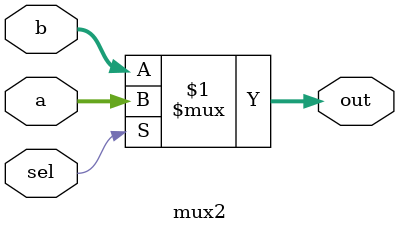
<source format=sv>
module mux2
 #( parameter int unsigned Width = 8 )
  ( output logic [Width-1:0] out,
    input logic sel,
    input logic [Width-1:0] a,
    input logic [Width-1:0] b);

    assign out = sel ? a : b;
endmodule

</source>
